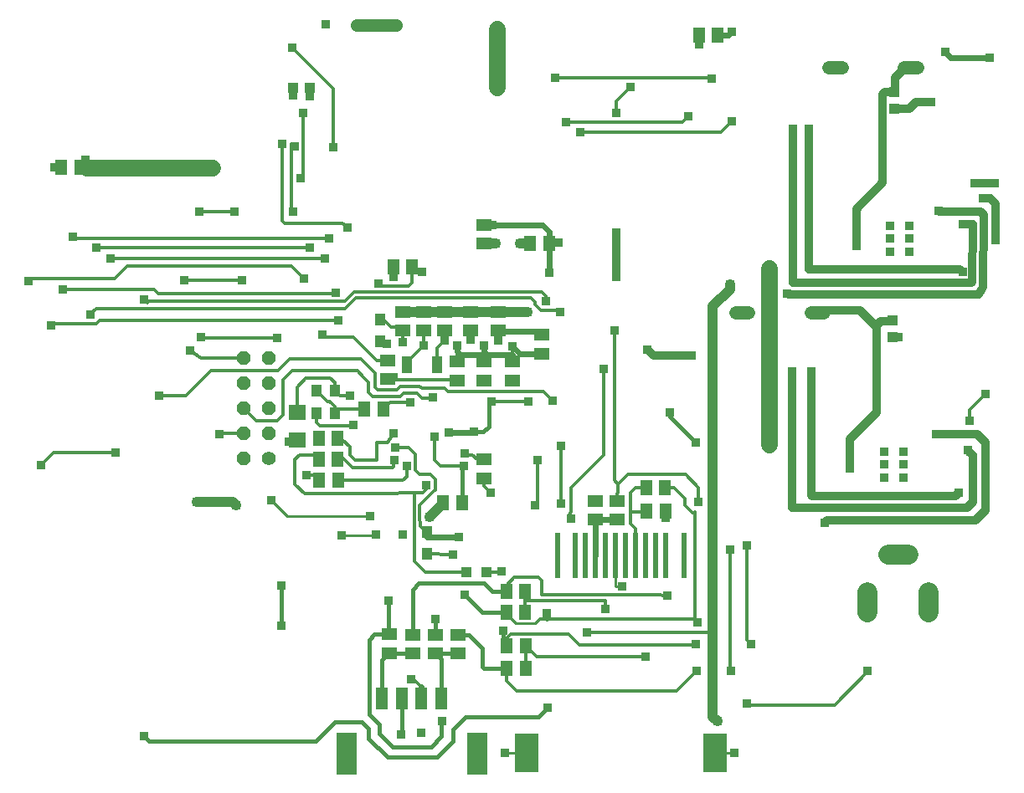
<source format=gbl>
G75*
%MOIN*%
%OFA0B0*%
%FSLAX25Y25*%
%IPPOS*%
%LPD*%
%AMOC8*
5,1,8,0,0,1.08239X$1,22.5*
%
%ADD10R,0.04331X0.07087*%
%ADD11R,0.05906X0.05118*%
%ADD12R,0.07087X0.06299*%
%ADD13R,0.05118X0.05906*%
%ADD14R,0.04134X0.05118*%
%ADD15R,0.03937X0.04724*%
%ADD16R,0.03937X0.03937*%
%ADD17C,0.05200*%
%ADD18R,0.03937X0.04331*%
%ADD19R,0.04331X0.03937*%
%ADD20R,0.07874X0.16535*%
%ADD21R,0.04724X0.08661*%
%ADD22C,0.05600*%
%ADD23OC8,0.05600*%
%ADD24C,0.07874*%
%ADD25R,0.02400X0.18100*%
%ADD26R,0.09800X0.15400*%
%ADD27R,0.03562X0.03562*%
%ADD28C,0.03200*%
%ADD29C,0.02400*%
%ADD30C,0.04000*%
%ADD31C,0.01200*%
%ADD32C,0.01000*%
%ADD33C,0.01600*%
%ADD34C,0.06600*%
%ADD35C,0.05000*%
D10*
X0162180Y0176400D03*
X0174385Y0176400D03*
D11*
X0182382Y0177540D03*
X0182382Y0170060D03*
X0192882Y0170060D03*
X0192882Y0177540D03*
X0204382Y0177440D03*
X0204382Y0169960D03*
X0215982Y0180660D03*
X0215982Y0188140D03*
X0198682Y0189760D03*
X0198682Y0197240D03*
X0187682Y0197240D03*
X0187682Y0189760D03*
X0177282Y0189860D03*
X0177282Y0197340D03*
X0168882Y0197340D03*
X0168882Y0189860D03*
X0160582Y0189860D03*
X0160582Y0197340D03*
X0154482Y0178040D03*
X0154482Y0170560D03*
X0193082Y0138540D03*
X0193082Y0131060D03*
X0237182Y0122040D03*
X0237182Y0114560D03*
X0245982Y0114560D03*
X0245982Y0122040D03*
X0182782Y0068740D03*
X0182782Y0061260D03*
X0173682Y0061260D03*
X0173682Y0068740D03*
X0164582Y0068740D03*
X0164582Y0061260D03*
X0155182Y0061360D03*
X0155182Y0068840D03*
X0192882Y0224560D03*
X0192882Y0232040D03*
D12*
X0118482Y0157312D03*
X0118482Y0146288D03*
D13*
X0127242Y0146800D03*
X0134723Y0146800D03*
X0134723Y0138600D03*
X0127242Y0138600D03*
X0127342Y0130300D03*
X0134823Y0130300D03*
X0145442Y0158500D03*
X0152923Y0158500D03*
X0176642Y0121100D03*
X0184123Y0121100D03*
X0201842Y0085800D03*
X0209323Y0085800D03*
X0209323Y0077700D03*
X0201842Y0077700D03*
X0202042Y0064100D03*
X0209523Y0064100D03*
X0209523Y0055200D03*
X0202042Y0055200D03*
X0257642Y0117900D03*
X0265123Y0117900D03*
X0265023Y0127200D03*
X0257542Y0127200D03*
X0164423Y0215400D03*
X0156942Y0215400D03*
X0211442Y0224700D03*
X0218923Y0224700D03*
X0278542Y0307500D03*
X0286023Y0307500D03*
X0032123Y0254900D03*
X0024642Y0254900D03*
D14*
X0126241Y0165928D03*
X0133524Y0165928D03*
X0133524Y0156872D03*
X0126241Y0156872D03*
D15*
X0151482Y0185569D03*
X0151482Y0194231D03*
X0170282Y0109431D03*
X0170282Y0100769D03*
D16*
X0185982Y0093700D03*
X0193856Y0093700D03*
D17*
X0293182Y0196800D02*
X0298382Y0196800D01*
X0323182Y0196800D02*
X0328382Y0196800D01*
X0330282Y0294700D02*
X0335482Y0294700D01*
X0360282Y0294700D02*
X0365482Y0294700D01*
D18*
X0356382Y0285046D03*
X0356382Y0278354D03*
X0355482Y0193846D03*
X0355482Y0187154D03*
D19*
X0123629Y0286600D03*
X0116936Y0286600D03*
D20*
X0138198Y0021384D03*
X0190167Y0021384D03*
D21*
X0175993Y0043353D03*
X0168119Y0043353D03*
X0160245Y0043353D03*
X0152371Y0043353D03*
D22*
X0107182Y0139000D03*
D23*
X0097182Y0139000D03*
X0097182Y0149000D03*
X0107182Y0149000D03*
X0107182Y0159000D03*
X0097182Y0159000D03*
X0097182Y0169000D03*
X0097182Y0179000D03*
X0107182Y0179000D03*
X0107182Y0169000D03*
D24*
X0345778Y0085537D02*
X0345778Y0077663D01*
X0369793Y0077663D02*
X0369793Y0085537D01*
X0361919Y0100498D02*
X0354045Y0100498D01*
D25*
X0272582Y0100100D03*
X0265382Y0100100D03*
X0261382Y0100100D03*
X0257382Y0100100D03*
X0253382Y0100100D03*
X0249382Y0100100D03*
X0245382Y0100100D03*
X0241382Y0100100D03*
X0237382Y0100100D03*
X0233382Y0100100D03*
X0229382Y0100100D03*
X0222182Y0100100D03*
D26*
X0209882Y0021600D03*
X0284882Y0021600D03*
D27*
X0057782Y0028300D03*
X0112182Y0072200D03*
X0112182Y0088400D03*
X0136182Y0108300D03*
X0147582Y0115800D03*
X0150082Y0108700D03*
X0160482Y0108700D03*
X0171282Y0115500D03*
X0182882Y0107700D03*
X0180582Y0100600D03*
X0185182Y0084600D03*
X0173782Y0075000D03*
X0155082Y0082400D03*
X0163882Y0050800D03*
X0176282Y0034100D03*
X0167982Y0029500D03*
X0160082Y0028900D03*
X0201382Y0021700D03*
X0218382Y0039700D03*
X0233882Y0069500D03*
X0241382Y0078800D03*
X0247882Y0087900D03*
X0265882Y0084400D03*
X0277982Y0073700D03*
X0277382Y0064900D03*
X0277482Y0054100D03*
X0291382Y0054100D03*
X0299282Y0064900D03*
X0297482Y0041400D03*
X0285882Y0034200D03*
X0292682Y0021700D03*
X0257382Y0059800D03*
X0217982Y0077100D03*
X0200782Y0070300D03*
X0199882Y0093800D03*
X0227582Y0114900D03*
X0223582Y0120800D03*
X0213182Y0120200D03*
X0214282Y0138100D03*
X0223782Y0144000D03*
X0220382Y0161900D03*
X0210782Y0161600D03*
X0204482Y0169900D03*
X0192882Y0170200D03*
X0195982Y0161600D03*
X0188882Y0149600D03*
X0185282Y0140900D03*
X0184982Y0136000D03*
X0178982Y0149200D03*
X0173182Y0147600D03*
X0157782Y0143200D03*
X0157082Y0148800D03*
X0157282Y0138100D03*
X0162182Y0135900D03*
X0170082Y0128400D03*
X0195582Y0125300D03*
X0236882Y0121900D03*
X0265282Y0115400D03*
X0278282Y0121600D03*
X0290882Y0102500D03*
X0297582Y0104100D03*
X0328682Y0113300D03*
X0352282Y0131300D03*
X0352282Y0136500D03*
X0352282Y0141700D03*
X0360082Y0141700D03*
X0359982Y0136600D03*
X0359982Y0131400D03*
X0373082Y0148600D03*
X0385682Y0142400D03*
X0386382Y0154000D03*
X0392482Y0164500D03*
X0358082Y0187100D03*
X0383782Y0213100D03*
X0396582Y0226000D03*
X0383582Y0232300D03*
X0374082Y0237500D03*
X0362282Y0231700D03*
X0354482Y0231700D03*
X0354482Y0226500D03*
X0354482Y0221300D03*
X0362282Y0221300D03*
X0362282Y0226500D03*
X0341182Y0223700D03*
X0313782Y0204700D03*
X0306582Y0214700D03*
X0290882Y0208100D03*
X0275782Y0179800D03*
X0258082Y0182200D03*
X0244882Y0189900D03*
X0240782Y0174600D03*
X0223182Y0197400D03*
X0217682Y0201600D03*
X0210182Y0197200D03*
X0204282Y0183600D03*
X0198482Y0185900D03*
X0192882Y0183800D03*
X0187682Y0186300D03*
X0182382Y0183800D03*
X0177182Y0185800D03*
X0168882Y0183900D03*
X0160682Y0185200D03*
X0154182Y0184500D03*
X0153382Y0178500D03*
X0156982Y0171200D03*
X0163482Y0161100D03*
X0172482Y0163400D03*
X0183082Y0170000D03*
X0160682Y0198000D03*
X0151082Y0208700D03*
X0156882Y0211300D03*
X0168282Y0213100D03*
X0196282Y0231900D03*
X0197682Y0224600D03*
X0207282Y0224700D03*
X0222482Y0224800D03*
X0219082Y0213000D03*
X0245482Y0211400D03*
X0245482Y0228900D03*
X0231382Y0268800D03*
X0225482Y0273000D03*
X0221282Y0290700D03*
X0198182Y0286700D03*
X0198182Y0309900D03*
X0157782Y0311700D03*
X0142182Y0311600D03*
X0130082Y0311800D03*
X0116582Y0302700D03*
X0116982Y0283600D03*
X0123582Y0283300D03*
X0120882Y0276700D03*
X0117482Y0263100D03*
X0112582Y0264300D03*
X0120082Y0250500D03*
X0133082Y0263000D03*
X0117082Y0237400D03*
X0131282Y0226500D03*
X0138582Y0230800D03*
X0129482Y0218700D03*
X0123482Y0222900D03*
X0121282Y0210500D03*
X0133982Y0205000D03*
X0135082Y0193800D03*
X0128582Y0188100D03*
X0110582Y0186900D03*
X0126282Y0165900D03*
X0139482Y0163900D03*
X0140982Y0152200D03*
X0127282Y0147100D03*
X0115182Y0145500D03*
X0122182Y0132400D03*
X0108182Y0122400D03*
X0094182Y0120300D03*
X0078682Y0121600D03*
X0087482Y0148600D03*
X0063782Y0163800D03*
X0075982Y0182000D03*
X0080382Y0187100D03*
X0057682Y0202200D03*
X0073582Y0210000D03*
X0096782Y0210000D03*
X0093782Y0237400D03*
X0079482Y0237300D03*
X0085082Y0254700D03*
X0044182Y0218700D03*
X0038582Y0222900D03*
X0029382Y0227200D03*
X0011782Y0209600D03*
X0025382Y0206300D03*
X0036382Y0196400D03*
X0020482Y0191800D03*
X0046382Y0141200D03*
X0016482Y0136200D03*
X0022082Y0254800D03*
X0034282Y0257800D03*
X0245782Y0276600D03*
X0251182Y0286800D03*
X0274282Y0275300D03*
X0291582Y0273200D03*
X0283582Y0290400D03*
X0278582Y0304000D03*
X0291782Y0308900D03*
X0316082Y0270400D03*
X0322382Y0270400D03*
X0371082Y0281000D03*
X0376482Y0300800D03*
X0394282Y0298500D03*
X0396182Y0248500D03*
X0391582Y0242600D03*
X0388182Y0248500D03*
X0323382Y0173500D03*
X0315682Y0173500D03*
X0306582Y0144300D03*
X0277382Y0145200D03*
X0267082Y0157200D03*
X0338682Y0134900D03*
X0381982Y0125100D03*
X0345582Y0054300D03*
D28*
X0328682Y0113300D02*
X0329582Y0114200D01*
X0388482Y0114200D01*
X0392482Y0118200D01*
X0392482Y0145400D01*
X0389282Y0148600D01*
X0373082Y0148600D01*
X0385682Y0142400D02*
X0385682Y0142100D01*
X0386382Y0141400D01*
X0386382Y0141300D01*
X0387482Y0140200D01*
X0387482Y0121700D01*
X0385182Y0119400D01*
X0315582Y0119400D01*
X0315582Y0172800D01*
X0315682Y0173500D01*
X0323382Y0173500D02*
X0323382Y0124100D01*
X0323482Y0124000D01*
X0380782Y0124000D01*
X0381882Y0125100D01*
X0381982Y0125100D01*
X0349182Y0157100D02*
X0349182Y0191800D01*
X0348482Y0191800D01*
X0342482Y0197800D01*
X0326782Y0197800D01*
X0325782Y0196800D01*
X0314182Y0204300D02*
X0313782Y0204700D01*
X0314182Y0204300D02*
X0389882Y0204300D01*
X0391782Y0207300D01*
X0391882Y0235900D01*
X0390782Y0237200D01*
X0374282Y0237200D01*
X0374082Y0237600D01*
X0374082Y0237500D01*
X0383582Y0232300D02*
X0387482Y0232300D01*
X0387382Y0209200D01*
X0386882Y0209000D01*
X0316082Y0209000D01*
X0316082Y0270400D01*
X0322382Y0270400D02*
X0322382Y0214300D01*
X0382382Y0214300D01*
X0383582Y0213100D01*
X0383782Y0213100D01*
X0396582Y0226000D02*
X0396582Y0240200D01*
X0394682Y0242600D01*
X0391582Y0242600D01*
X0388182Y0248500D02*
X0396182Y0248500D01*
X0364982Y0281000D02*
X0362282Y0278300D01*
X0356436Y0278300D01*
X0356382Y0278354D01*
X0351782Y0284000D02*
X0352682Y0284900D01*
X0356236Y0284900D01*
X0356382Y0285046D01*
X0356482Y0285146D01*
X0356482Y0290700D01*
X0360482Y0294700D01*
X0362882Y0294700D01*
X0364982Y0281000D02*
X0371082Y0281000D01*
X0351782Y0284000D02*
X0351782Y0248800D01*
X0341182Y0238200D01*
X0341182Y0223700D01*
X0351082Y0193700D02*
X0349182Y0191800D01*
X0351082Y0193700D02*
X0355336Y0193700D01*
X0355482Y0193846D01*
X0349182Y0157100D02*
X0338682Y0146600D01*
X0338682Y0134900D01*
X0275782Y0179800D02*
X0260482Y0179800D01*
X0258082Y0182200D01*
X0245482Y0211400D02*
X0245482Y0228900D01*
X0024642Y0254900D02*
X0022182Y0254900D01*
X0022082Y0254800D01*
D29*
X0156882Y0215340D02*
X0156882Y0211300D01*
X0156882Y0215340D02*
X0156942Y0215400D01*
X0182382Y0183800D02*
X0182382Y0181500D01*
X0183782Y0180100D01*
X0192582Y0180100D01*
X0192882Y0179800D01*
X0194282Y0180300D02*
X0204382Y0180300D01*
X0207223Y0180660D02*
X0204282Y0183600D01*
X0207223Y0180660D02*
X0215982Y0180660D01*
X0215982Y0188140D02*
X0214842Y0188140D01*
X0213382Y0189600D01*
X0198842Y0189600D01*
X0198682Y0189760D01*
X0192882Y0183800D02*
X0192882Y0181700D01*
X0194282Y0180300D01*
X0188882Y0149600D02*
X0188482Y0149200D01*
X0178982Y0149200D01*
X0170282Y0109431D02*
X0170313Y0107700D01*
X0182882Y0107700D01*
X0237182Y0114560D02*
X0245982Y0114560D01*
X0237382Y0114360D02*
X0237182Y0114560D01*
X0237382Y0114360D02*
X0237382Y0100100D01*
X0236882Y0121900D02*
X0237023Y0122040D01*
X0237182Y0122040D01*
X0167882Y0047800D02*
X0167882Y0043590D01*
X0168119Y0043353D01*
X0219082Y0213000D02*
X0219082Y0224540D01*
X0218923Y0224700D01*
X0218923Y0229160D01*
X0216282Y0231800D01*
X0196382Y0231800D01*
X0196282Y0231900D01*
X0278582Y0304000D02*
X0278582Y0307460D01*
X0278542Y0307500D01*
X0286023Y0307500D02*
X0290382Y0307500D01*
X0291782Y0308900D01*
X0376482Y0300800D02*
X0378782Y0298500D01*
X0394282Y0298500D01*
D30*
X0290882Y0208100D02*
X0290882Y0206300D01*
X0284082Y0199500D01*
X0284082Y0068400D01*
X0284082Y0036000D01*
X0285882Y0034200D01*
X0176642Y0120860D02*
X0171282Y0115500D01*
X0176642Y0120860D02*
X0176642Y0121100D01*
X0094182Y0120300D02*
X0092882Y0121600D01*
X0078682Y0121600D01*
X0160582Y0197340D02*
X0168882Y0197340D01*
X0177282Y0197340D01*
X0187582Y0197340D01*
X0187682Y0197240D01*
X0205542Y0197240D01*
X0210182Y0197200D01*
X0198682Y0197240D02*
X0187682Y0197240D01*
X0192882Y0224560D02*
X0197642Y0224560D01*
X0197682Y0224600D01*
X0207282Y0224700D02*
X0211442Y0224700D01*
D31*
X0218923Y0224700D02*
X0219023Y0224800D01*
X0222482Y0224800D01*
X0215982Y0205200D02*
X0141182Y0205200D01*
X0137482Y0201500D01*
X0058382Y0201500D01*
X0057682Y0202200D01*
X0058282Y0201600D01*
X0057682Y0202200D02*
X0058982Y0200900D01*
X0063382Y0204600D02*
X0133582Y0204600D01*
X0133982Y0205000D01*
X0137782Y0198500D02*
X0038482Y0198500D01*
X0036382Y0196400D01*
X0036382Y0196600D01*
X0037682Y0197900D01*
X0039982Y0193800D02*
X0038682Y0192500D01*
X0021182Y0192500D01*
X0020482Y0191800D01*
X0025382Y0206300D02*
X0061682Y0206300D01*
X0063382Y0204600D01*
X0073582Y0210000D02*
X0096782Y0210000D01*
X0116282Y0215500D02*
X0121282Y0210500D01*
X0116282Y0215500D02*
X0051082Y0215500D01*
X0046082Y0210500D01*
X0012682Y0210500D01*
X0011782Y0209600D01*
X0029382Y0227200D02*
X0030082Y0226500D01*
X0131282Y0226500D01*
X0136782Y0232600D02*
X0138582Y0230800D01*
X0136782Y0232600D02*
X0113582Y0232600D01*
X0112582Y0233600D01*
X0112582Y0264300D01*
X0116282Y0264300D02*
X0116282Y0238200D01*
X0117082Y0237400D01*
X0120082Y0250500D02*
X0120882Y0251300D01*
X0120882Y0276700D01*
X0123582Y0283300D02*
X0123582Y0286554D01*
X0123629Y0286600D01*
X0116982Y0286554D02*
X0116982Y0283600D01*
X0116982Y0286554D02*
X0116936Y0286600D01*
X0116582Y0302700D02*
X0133082Y0286200D01*
X0133082Y0263000D01*
X0117582Y0264300D02*
X0116282Y0264300D01*
X0117582Y0264300D02*
X0117482Y0263100D01*
X0093782Y0237400D02*
X0079582Y0237400D01*
X0079482Y0237300D01*
X0044182Y0218700D02*
X0129482Y0218700D01*
X0123482Y0222900D02*
X0038582Y0222900D01*
X0039982Y0193800D02*
X0135082Y0193800D01*
X0129482Y0187200D02*
X0141082Y0187200D01*
X0150242Y0178040D01*
X0152923Y0178040D01*
X0153382Y0178500D01*
X0152923Y0178040D02*
X0154482Y0178040D01*
X0149682Y0172900D02*
X0144082Y0178500D01*
X0115582Y0178500D01*
X0111082Y0174000D01*
X0084382Y0174000D01*
X0074382Y0164000D01*
X0063982Y0164000D01*
X0063782Y0163800D01*
X0075982Y0182000D02*
X0080382Y0179000D01*
X0097182Y0179000D01*
X0110582Y0186900D02*
X0080582Y0186900D01*
X0080382Y0187100D01*
X0097182Y0159000D02*
X0102282Y0153900D01*
X0110782Y0153900D01*
X0113082Y0156200D01*
X0113082Y0170400D01*
X0116482Y0173800D01*
X0142582Y0173800D01*
X0145082Y0171300D01*
X0145632Y0170750D01*
X0146982Y0169400D01*
X0146982Y0165300D01*
X0148582Y0163700D01*
X0148782Y0163700D01*
X0148882Y0163600D01*
X0159582Y0163600D01*
X0160882Y0164900D01*
X0166282Y0164900D01*
X0168182Y0163000D01*
X0172082Y0163000D01*
X0172482Y0163400D01*
X0168282Y0166800D02*
X0167382Y0167700D01*
X0159782Y0167700D01*
X0158282Y0166200D01*
X0150582Y0166200D01*
X0149682Y0167100D01*
X0149682Y0172900D01*
X0154482Y0170560D02*
X0157542Y0170300D01*
X0182142Y0170300D01*
X0182382Y0170060D01*
X0182323Y0170000D01*
X0183082Y0170000D01*
X0178482Y0165700D02*
X0216582Y0165700D01*
X0220382Y0161900D01*
X0210782Y0161600D02*
X0195982Y0161600D01*
X0192942Y0170000D02*
X0192882Y0170060D01*
X0192942Y0170000D02*
X0192882Y0170200D01*
X0192882Y0177540D02*
X0192882Y0179800D01*
X0192882Y0183800D01*
X0198482Y0185900D02*
X0198482Y0189560D01*
X0198682Y0189760D01*
X0204282Y0183600D02*
X0204382Y0183500D01*
X0204382Y0180300D01*
X0204382Y0177440D01*
X0204382Y0169960D02*
X0204342Y0169860D01*
X0204482Y0169900D01*
X0187682Y0186300D02*
X0187682Y0189760D01*
X0182382Y0183800D02*
X0182382Y0177540D01*
X0174385Y0176400D02*
X0174385Y0183002D01*
X0177182Y0185800D01*
X0177182Y0189760D01*
X0177282Y0189860D01*
X0168882Y0189860D02*
X0168882Y0183900D01*
X0162180Y0177198D01*
X0162180Y0176400D01*
X0156982Y0171200D02*
X0157542Y0170300D01*
X0155523Y0161100D02*
X0152923Y0158500D01*
X0155523Y0161100D02*
X0163482Y0161100D01*
X0168282Y0166800D02*
X0177382Y0166800D01*
X0178482Y0165700D01*
X0173182Y0147600D02*
X0173182Y0138100D01*
X0175482Y0135800D01*
X0184782Y0135800D01*
X0184982Y0136000D01*
X0185882Y0140300D02*
X0185282Y0140900D01*
X0185882Y0140300D02*
X0188382Y0140300D01*
X0190142Y0138540D01*
X0193082Y0138540D01*
X0193082Y0131060D02*
X0193082Y0127800D01*
X0195582Y0125300D01*
X0213182Y0120200D02*
X0214282Y0121300D01*
X0214282Y0138100D01*
X0223782Y0144000D02*
X0223782Y0121000D01*
X0223582Y0120800D01*
X0226982Y0116700D02*
X0226982Y0115500D01*
X0227582Y0114900D01*
X0226982Y0116700D02*
X0227782Y0117500D01*
X0227782Y0127200D01*
X0240782Y0140200D01*
X0240782Y0174600D01*
X0244882Y0189900D02*
X0244882Y0130100D01*
X0246332Y0128650D01*
X0246332Y0125250D01*
X0246082Y0125000D01*
X0246082Y0122140D01*
X0245982Y0122040D01*
X0251382Y0125100D02*
X0253382Y0127100D01*
X0257442Y0127100D01*
X0257542Y0127200D01*
X0251382Y0125100D02*
X0251382Y0117400D01*
X0251582Y0117600D01*
X0257342Y0117600D01*
X0257642Y0117900D01*
X0251382Y0117400D02*
X0251382Y0113000D01*
X0253382Y0111000D01*
X0253382Y0100100D01*
X0261182Y0084500D02*
X0265882Y0084400D01*
X0261182Y0084500D02*
X0216082Y0084500D01*
X0216082Y0090100D01*
X0214682Y0091500D01*
X0205082Y0091500D01*
X0201842Y0088260D01*
X0201842Y0085800D01*
X0209323Y0085800D02*
X0209323Y0082700D01*
X0209723Y0082300D01*
X0241382Y0082300D01*
X0241382Y0078800D01*
X0233882Y0069500D02*
X0282982Y0069500D01*
X0284082Y0068400D01*
X0277982Y0073700D02*
X0276882Y0074800D01*
X0217982Y0074800D01*
X0215282Y0074800D01*
X0213582Y0073100D01*
X0209323Y0077700D02*
X0209323Y0082700D01*
X0201842Y0077700D02*
X0201782Y0077640D01*
X0203782Y0069000D02*
X0226682Y0069000D01*
X0231082Y0064600D01*
X0277082Y0064600D01*
X0277382Y0064900D01*
X0276882Y0074800D02*
X0276882Y0117700D01*
X0276482Y0117300D01*
X0275882Y0117300D01*
X0272982Y0120200D01*
X0272982Y0123000D01*
X0268782Y0127200D01*
X0265023Y0127200D01*
X0273182Y0132500D02*
X0250182Y0132500D01*
X0246332Y0128650D01*
X0265123Y0117900D02*
X0265282Y0117740D01*
X0265282Y0115400D01*
X0278282Y0121600D02*
X0278382Y0127300D01*
X0273182Y0132500D01*
X0278282Y0121900D02*
X0278282Y0121600D01*
X0290882Y0102500D02*
X0290882Y0054600D01*
X0291382Y0054100D01*
X0299282Y0064900D02*
X0297582Y0066600D01*
X0297582Y0104100D01*
X0257382Y0059800D02*
X0213823Y0059800D01*
X0209523Y0064100D01*
X0209523Y0055200D01*
X0202042Y0055200D02*
X0202042Y0050340D01*
X0205982Y0046400D01*
X0269782Y0046400D01*
X0277482Y0054100D01*
X0297482Y0041400D02*
X0298182Y0040700D01*
X0332482Y0040700D01*
X0345582Y0053800D01*
X0345582Y0054300D01*
X0386382Y0154000D02*
X0386382Y0158400D01*
X0392482Y0164500D01*
X0358082Y0187100D02*
X0358029Y0187154D01*
X0355482Y0187154D01*
X0287182Y0268800D02*
X0291582Y0273200D01*
X0287182Y0268800D02*
X0231382Y0268800D01*
X0225482Y0273000D02*
X0271982Y0273000D01*
X0274282Y0275300D01*
X0283582Y0290400D02*
X0283282Y0290700D01*
X0221282Y0290700D01*
X0245782Y0281400D02*
X0245782Y0276600D01*
X0245782Y0281400D02*
X0251182Y0286800D01*
X0196282Y0231900D02*
X0193023Y0231900D01*
X0192882Y0232040D01*
X0168282Y0213100D02*
X0166723Y0213100D01*
X0164423Y0215400D01*
X0164423Y0209040D01*
X0162982Y0207600D01*
X0152182Y0207600D01*
X0151082Y0208700D01*
X0142082Y0202800D02*
X0137782Y0198500D01*
X0142082Y0202800D02*
X0211582Y0202800D01*
X0213282Y0201100D01*
X0213282Y0200200D01*
X0215582Y0197900D01*
X0222682Y0197900D01*
X0223182Y0197400D01*
X0217682Y0201600D02*
X0217682Y0203500D01*
X0215982Y0205200D01*
X0160682Y0198000D02*
X0160582Y0197900D01*
X0160582Y0197340D01*
X0159342Y0191100D02*
X0155982Y0191100D01*
X0152852Y0194231D01*
X0151482Y0194231D01*
X0159342Y0191100D02*
X0160582Y0189860D01*
X0160682Y0189760D01*
X0160682Y0185200D01*
X0154182Y0184500D02*
X0153113Y0185569D01*
X0151482Y0185569D01*
X0133482Y0169100D02*
X0133482Y0165969D01*
X0133524Y0165928D01*
X0135552Y0163900D01*
X0139482Y0163900D01*
X0135152Y0158500D02*
X0133524Y0156872D01*
X0133524Y0159658D01*
X0131882Y0161300D01*
X0131782Y0161300D01*
X0131782Y0161400D01*
X0131582Y0161600D01*
X0130568Y0161600D01*
X0126241Y0165928D01*
X0126410Y0166128D01*
X0126282Y0165900D01*
X0122082Y0170800D02*
X0131782Y0170800D01*
X0133482Y0169100D01*
X0122082Y0170800D02*
X0118482Y0167200D01*
X0118482Y0157312D01*
X0126241Y0156872D02*
X0126241Y0153342D01*
X0127682Y0151900D01*
X0140682Y0151900D01*
X0140982Y0152200D01*
X0136682Y0146400D02*
X0139482Y0143600D01*
X0139482Y0140400D01*
X0141782Y0138100D01*
X0150182Y0138100D01*
X0150182Y0145400D01*
X0154482Y0145300D01*
X0157082Y0148800D01*
X0157782Y0143200D02*
X0162882Y0143200D01*
X0165482Y0140600D01*
X0165482Y0134400D01*
X0167282Y0132600D01*
X0171482Y0132600D01*
X0173482Y0130600D01*
X0173482Y0126100D01*
X0173382Y0126100D01*
X0167382Y0120100D01*
X0167382Y0116000D01*
X0167482Y0112000D01*
X0170282Y0109431D01*
X0170282Y0100769D02*
X0180513Y0100669D01*
X0180582Y0100600D01*
X0185982Y0093700D02*
X0169482Y0093700D01*
X0165182Y0098000D01*
X0165182Y0125100D01*
X0165282Y0125200D01*
X0159182Y0125200D01*
X0158782Y0124800D01*
X0121582Y0124800D01*
X0117782Y0128600D01*
X0117782Y0138700D01*
X0119482Y0140400D01*
X0127242Y0140400D01*
X0127242Y0138600D01*
X0127242Y0132400D02*
X0122182Y0132400D01*
X0127242Y0132400D02*
X0127342Y0130300D01*
X0134823Y0130300D02*
X0160782Y0130300D01*
X0162182Y0131700D01*
X0162182Y0135900D01*
X0157082Y0135700D02*
X0157082Y0137900D01*
X0157282Y0138100D01*
X0157082Y0135700D02*
X0156682Y0135300D01*
X0140482Y0135300D01*
X0135282Y0140500D01*
X0134723Y0138600D01*
X0136682Y0146400D02*
X0134723Y0146800D01*
X0127282Y0147100D02*
X0127242Y0146840D01*
X0127242Y0146800D01*
X0118482Y0146288D02*
X0115971Y0146288D01*
X0115182Y0145500D01*
X0097182Y0149000D02*
X0087882Y0149000D01*
X0087482Y0148600D01*
X0046382Y0141200D02*
X0021482Y0141200D01*
X0016482Y0136200D01*
X0128582Y0188100D02*
X0129482Y0187200D01*
X0135152Y0158500D02*
X0145442Y0158500D01*
X0170082Y0128400D02*
X0170082Y0126500D01*
X0168782Y0125200D01*
X0165282Y0125200D01*
X0193856Y0093700D02*
X0199782Y0093700D01*
X0199882Y0093800D01*
X0203782Y0069000D02*
X0202042Y0067260D01*
X0202042Y0064100D01*
X0034882Y0254700D02*
X0034282Y0255300D01*
X0034282Y0257800D01*
D32*
X0142182Y0311600D02*
X0142282Y0311700D01*
X0108182Y0122400D02*
X0114782Y0115800D01*
X0147582Y0115800D01*
X0150082Y0108700D02*
X0149682Y0108300D01*
X0136182Y0108300D01*
X0163882Y0050800D02*
X0164882Y0050800D01*
X0167882Y0047800D01*
X0200482Y0021800D02*
X0200582Y0021700D01*
X0201382Y0021700D01*
X0201482Y0021600D01*
X0209882Y0021600D01*
X0213582Y0073100D02*
X0205782Y0073100D01*
X0201782Y0077100D01*
X0201782Y0077640D01*
X0245382Y0087900D02*
X0245382Y0100100D01*
X0245382Y0087900D02*
X0247882Y0087900D01*
X0284882Y0021600D02*
X0292582Y0021600D01*
X0292682Y0021700D01*
D33*
X0218382Y0039700D02*
X0214682Y0036000D01*
X0185682Y0036000D01*
X0180682Y0031000D01*
X0180682Y0026300D01*
X0174282Y0019900D01*
X0154482Y0019900D01*
X0146982Y0027400D01*
X0146982Y0031200D01*
X0144182Y0034000D01*
X0133682Y0034000D01*
X0127982Y0028300D01*
X0127882Y0028300D01*
X0125982Y0026400D01*
X0059682Y0026400D01*
X0057782Y0028300D01*
X0112182Y0072200D02*
X0112182Y0088400D01*
X0147282Y0066700D02*
X0147282Y0036900D01*
X0151282Y0032900D01*
X0151282Y0029400D01*
X0156782Y0023900D01*
X0171882Y0023900D01*
X0176082Y0028100D01*
X0176082Y0033900D01*
X0176282Y0034100D01*
X0175993Y0043353D02*
X0175993Y0058949D01*
X0173682Y0061260D01*
X0182782Y0061260D01*
X0182782Y0068740D02*
X0187042Y0068740D01*
X0192382Y0063400D01*
X0192382Y0055900D01*
X0192982Y0055300D01*
X0201942Y0055300D01*
X0202042Y0055200D01*
X0202042Y0064100D02*
X0200782Y0065360D01*
X0200782Y0070300D01*
X0201782Y0077640D02*
X0192142Y0077640D01*
X0185182Y0084600D01*
X0192982Y0089100D02*
X0196282Y0085800D01*
X0201842Y0085800D01*
X0192982Y0089100D02*
X0167082Y0089100D01*
X0164582Y0086600D01*
X0164582Y0068740D01*
X0164582Y0061260D02*
X0155282Y0061260D01*
X0155182Y0061360D01*
X0152371Y0058549D01*
X0152371Y0043353D01*
X0160245Y0043353D02*
X0160245Y0029063D01*
X0160082Y0028900D01*
X0167982Y0029300D02*
X0167982Y0029500D01*
X0147282Y0066700D02*
X0149423Y0068840D01*
X0155182Y0068840D01*
X0155082Y0068940D01*
X0155082Y0082400D01*
X0173782Y0075000D02*
X0173782Y0068840D01*
X0173682Y0068740D01*
X0217982Y0074800D02*
X0217982Y0077100D01*
X0184123Y0121100D02*
X0184123Y0135140D01*
X0184982Y0136000D01*
X0188882Y0149600D02*
X0192782Y0149600D01*
X0194882Y0151700D01*
X0194882Y0160500D01*
X0195982Y0161600D01*
X0267082Y0157200D02*
X0267082Y0155500D01*
X0277382Y0145200D01*
X0355329Y0194000D02*
X0355482Y0193846D01*
X0034282Y0257800D02*
X0032123Y0255640D01*
X0032123Y0254900D01*
D34*
X0034882Y0254700D02*
X0085082Y0254700D01*
X0198182Y0286700D02*
X0198182Y0309900D01*
X0306582Y0214700D02*
X0306582Y0144300D01*
D35*
X0157882Y0311700D02*
X0157782Y0311700D01*
X0142282Y0311700D01*
M02*

</source>
